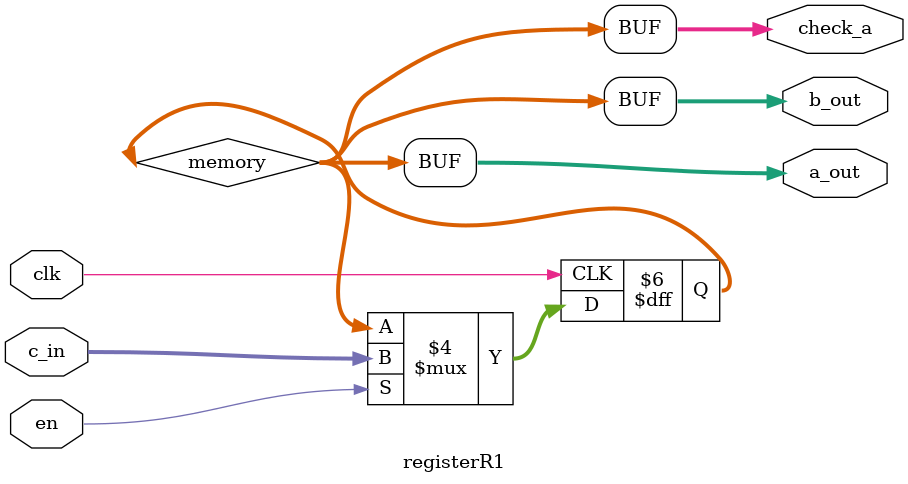
<source format=v>
module registerR1(clk,en,c_in,a_out,b_out,check_a);
	input clk, en;
	input [15:0] c_in;
	output [15:0] a_out, b_out;
	reg [15:0] memory=16'b0;
	output [15:0] check_a;
	//reg [15:0] a_out, b_out;
	always@(posedge clk)
		begin
			if (en)
				//a_out <= c_in;
				//b_out <= c_in;
				memory =c_in;
		end

	assign a_out = memory;
	assign b_out = memory;
	assign check_a=memory;
endmodule 
</source>
